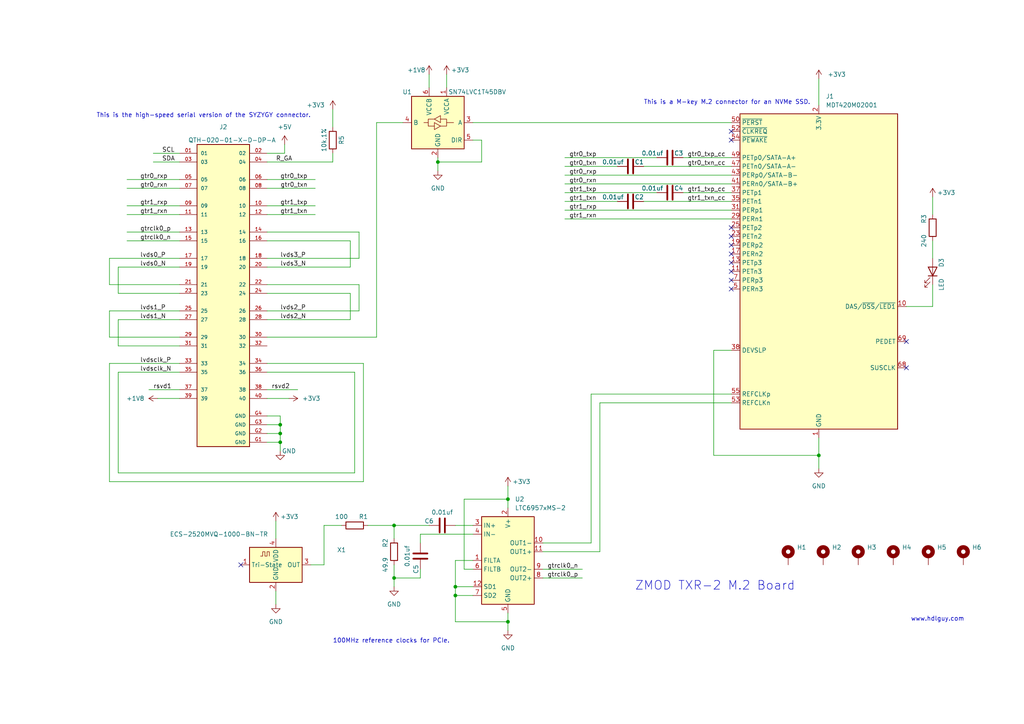
<source format=kicad_sch>
(kicad_sch (version 20211123) (generator eeschema)
  (paper "A4")
  (lib_symbols
    (symbol "Device:C" (pin_numbers hide) (pin_names (offset 0.254))
      (property "Reference" "C" (at 0.635 2.54 0))
      (property "Value" "C" (at 0.635 -2.54 0))
      (symbol "C_0_1"
        (polyline (pts (xy -2.032 -0.762) (xy 2.032 -0.762)) (stroke (width 0.508)))
        (polyline (pts (xy -2.032 0.762) (xy 2.032 0.762)) (stroke (width 0.508)))
      )
      (symbol "C_1_1"
        (pin passive line (at 0 3.81 270) (length 2.794) (name "~") (number "1"))
        (pin passive line (at 0 -3.81 90) (length 2.794) (name "~") (number "2"))
      )
    )
    (symbol "Device:LED" (pin_numbers hide) (pin_names (offset 1.016) hide)
      (property "Reference" "D" (at 0 2.54 0))
      (property "Value" "LED" (at 0 -2.54 0))
      (symbol "LED_0_1"
        (polyline (pts (xy -1.27 -1.27) (xy -1.27 1.27)) (stroke (width 0.254)))
        (polyline (pts (xy -1.27 0) (xy 1.27 0)))
        (polyline (pts (xy 1.27 -1.27) (xy 1.27 1.27) (xy -1.27 0) (xy 1.27 -1.27)) (stroke (width 0.254)))
        (polyline (pts (xy -3.048 -0.762) (xy -4.572 -2.286) (xy -3.81 -2.286) (xy -4.572 -2.286) (xy -4.572 -1.524)))
        (polyline (pts (xy -1.778 -0.762) (xy -3.302 -2.286) (xy -2.54 -2.286) (xy -3.302 -2.286) (xy -3.302 -1.524)))
      )
      (symbol "LED_1_1"
        (pin passive line (at -3.81 0 0) (length 2.54) (name "K") (number "1"))
        (pin passive line (at 3.81 0 180) (length 2.54) (name "A") (number "2"))
      )
    )
    (symbol "Device:R" (pin_numbers hide) (pin_names (offset 0))
      (property "Reference" "R" (at 2.032 0 90))
      (property "Value" "R" (at 0 0 90))
      (symbol "R_0_1"
        (rectangle (start -1.016 -2.54) (end 1.016 2.54) (stroke (width 0.254)))
      )
      (symbol "R_1_1"
        (pin passive line (at 0 3.81 270) (length 1.27) (name "~") (number "1"))
        (pin passive line (at 0 -3.81 90) (length 1.27) (name "~") (number "2"))
      )
    )
    (symbol "Interface:LTC6957xMS-2"
      (property "Reference" "U" (at 7.62 -13.97 0))
      (property "Value" "LTC6957xMS-2" (at 1.27 13.97 0))
      (symbol "LTC6957xMS-2_0_1"
        (rectangle (start -7.62 12.7) (end 7.62 -12.7) (stroke (width 0.254)) (fill (type background)))
      )
      (symbol "LTC6957xMS-2_1_1"
        (pin input line (at -10.16 0 0) (length 2.54) (name "FILTA") (number "1"))
        (pin output line (at 10.16 5.08 180) (length 2.54) (name "OUT1-") (number "10"))
        (pin output line (at 10.16 2.54 180) (length 2.54) (name "OUT1+") (number "11"))
        (pin input line (at -10.16 -7.62 0) (length 2.54) (name "SD1") (number "12"))
        (pin power_in line (at 0 15.24 270) (length 2.54) (name "V+") (number "2"))
        (pin input line (at -10.16 10.16 0) (length 2.54) (name "IN+") (number "3"))
        (pin input line (at -10.16 7.62 0) (length 2.54) (name "IN-") (number "4"))
        (pin power_in line (at 0 -15.24 90) (length 2.54) (name "GND") (number "5"))
        (pin input line (at -10.16 -2.54 0) (length 2.54) (name "FILTB") (number "6"))
        (pin input line (at -10.16 -10.16 0) (length 2.54) (name "SD2") (number "7"))
        (pin output line (at 10.16 -5.08 180) (length 2.54) (name "OUT2+") (number "8"))
        (pin output line (at 10.16 -2.54 180) (length 2.54) (name "OUT2-") (number "9"))
      )
    )
    (symbol "Logic_LevelTranslator:SN74LVC1T45DBV"
      (property "Reference" "U" (at -6.35 8.89 0))
      (property "Value" "SN74LVC1T45DBV" (at 3.81 8.89 0))
      (symbol "SN74LVC1T45DBV_0_1"
        (rectangle (start -7.62 7.62) (end 7.62 -7.62) (stroke (width 0.254)) (fill (type background)))
        (polyline (pts (xy -2.54 0) (xy -2.54 1.016) (xy -0.762 1.016)))
        (polyline (pts (xy 2.794 0) (xy 2.794 -1.016) (xy 1.016 -1.016)))
        (polyline (pts (xy -0.762 -1.016) (xy -2.54 -1.016) (xy -2.54 0) (xy -4.572 0)))
        (polyline (pts (xy -0.762 0) (xy -0.762 2.032) (xy 1.016 1.016) (xy -0.762 0)))
        (polyline (pts (xy 1.016 1.016) (xy 2.794 1.016) (xy 2.794 0) (xy 4.064 0)))
        (polyline (pts (xy 1.016 0) (xy 1.016 -1.778) (xy 1.016 -2.032) (xy -0.762 -1.016) (xy 1.016 0)))
      )
      (symbol "SN74LVC1T45DBV_1_1"
        (pin power_in line (at -2.54 10.16 270) (length 2.54) (name "VCCA") (number "1"))
        (pin power_in line (at 0 -10.16 90) (length 2.54) (name "GND") (number "2"))
        (pin bidirectional line (at -10.16 0 0) (length 2.54) (name "A") (number "3"))
        (pin bidirectional line (at 10.16 0 180) (length 2.54) (name "B") (number "4"))
        (pin input line (at -10.16 -5.08 0) (length 2.54) (name "DIR") (number "5"))
        (pin power_in line (at 2.54 10.16 270) (length 2.54) (name "VCCB") (number "6"))
      )
    )
    (symbol "Mechanical:MountingHole_Pad" (pin_numbers hide) (pin_names (offset 1.016) hide)
      (property "Reference" "H" (at 0 6.35 0))
      (property "Value" "MountingHole_Pad" (at 0 4.445 0))
      (symbol "MountingHole_Pad_0_1"
        (circle (center 0 1.27) (radius 1.27) (stroke (width 1.27)))
      )
      (symbol "MountingHole_Pad_1_1"
        (pin input line (at 0 -2.54 90) (length 2.54) (name "1") (number "1"))
      )
    )
    (symbol "Oscillator:ECS-2520MV-xxx-xx"
      (property "Reference" "X" (at -5.08 6.35 0))
      (property "Value" "ECS-2520MV-xxx-xx" (at 1.27 -6.35 0))
      (symbol "ECS-2520MV-xxx-xx_0_1"
        (rectangle (start -7.62 5.08) (end 7.62 -5.08) (stroke (width 0.254)) (fill (type background)))
        (polyline (pts (xy -4.445 2.54) (xy -3.81 2.54) (xy -3.81 3.81) (xy -3.175 3.81) (xy -3.175 2.54) (xy -2.54 2.54) (xy -2.54 3.81) (xy -1.905 3.81) (xy -1.905 2.54)))
      )
      (symbol "ECS-2520MV-xxx-xx_1_1"
        (pin input line (at -10.16 0 0) (length 2.54) (name "Tri-State") (number "1"))
        (pin power_in line (at 0 -7.62 90) (length 2.54) (name "GND") (number "2"))
        (pin output line (at 10.16 0 180) (length 2.54) (name "OUT") (number "3"))
        (pin power_in line (at 0 7.62 270) (length 2.54) (name "VDD") (number "4"))
      )
    )
    (symbol "pedrolib:MDT420M02001"
      (property "Reference" "J" (at -22.86 46.99 0))
      (property "Value" "MDT420M02001" (at 16.51 46.99 0))
      (symbol "MDT420M02001_0_1"
        (rectangle (start -22.86 45.72) (end 22.86 -45.72) (stroke (width 0.254)) (fill (type background)))
      )
      (symbol "MDT420M02001_1_1"
        (pin power_in line (at 0 -48.26 90) (length 2.54) (name "GND") (number "1"))
        (pin bidirectional line (at 25.4 -10.16 180) (length 2.54) (name "DAS/~{DSS}/~{LED1}") (number "10"))
        (pin output line (at -25.4 0 0) (length 2.54) (name "PETn3") (number "11"))
        (pin passive line (at 0 48.26 270) (length 2.54) hide (name "3.3V") (number "12"))
        (pin output line (at -25.4 2.54 0) (length 2.54) (name "PETp3") (number "13"))
        (pin passive line (at 0 48.26 270) (length 2.54) hide (name "3.3V") (number "14"))
        (pin passive line (at 0 -48.26 90) (length 2.54) hide (name "GND") (number "15"))
        (pin passive line (at 0 48.26 270) (length 2.54) hide (name "3.3V") (number "16"))
        (pin input line (at -25.4 5.08 0) (length 2.54) (name "PERn2") (number "17"))
        (pin passive line (at 0 48.26 270) (length 2.54) hide (name "3.3V") (number "18"))
        (pin input line (at -25.4 7.62 0) (length 2.54) (name "PERp2") (number "19"))
        (pin power_in line (at 0 48.26 270) (length 2.54) (name "3.3V") (number "2"))
        (pin no_connect line (at 22.86 2.54 180) (length 2.54) hide (name "NC") (number "20"))
        (pin passive line (at 0 -48.26 90) (length 2.54) hide (name "GND") (number "21"))
        (pin no_connect line (at 22.86 5.08 180) (length 2.54) hide (name "NC") (number "22"))
        (pin output line (at -25.4 10.16 0) (length 2.54) (name "PETn2") (number "23"))
        (pin no_connect line (at 22.86 7.62 180) (length 2.54) hide (name "NC") (number "24"))
        (pin output line (at -25.4 12.7 0) (length 2.54) (name "PETp2") (number "25"))
        (pin no_connect line (at 22.86 10.16 180) (length 2.54) hide (name "NC") (number "26"))
        (pin passive line (at 0 -48.26 90) (length 2.54) hide (name "GND") (number "27"))
        (pin no_connect line (at 22.86 12.7 180) (length 2.54) hide (name "NC") (number "28"))
        (pin input line (at -25.4 15.24 0) (length 2.54) (name "PERn1") (number "29"))
        (pin passive line (at 0 -48.26 90) (length 2.54) hide (name "GND") (number "3"))
        (pin no_connect line (at 22.86 15.24 180) (length 2.54) hide (name "NC") (number "30"))
        (pin input line (at -25.4 17.78 0) (length 2.54) (name "PERp1") (number "31"))
        (pin no_connect line (at 22.86 17.78 180) (length 2.54) hide (name "NC") (number "32"))
        (pin passive line (at 0 -48.26 90) (length 2.54) hide (name "GND") (number "33"))
        (pin no_connect line (at 22.86 20.32 180) (length 2.54) hide (name "NC") (number "34"))
        (pin output line (at -25.4 20.32 0) (length 2.54) (name "PETn1") (number "35"))
        (pin no_connect line (at 22.86 22.86 180) (length 2.54) hide (name "NC") (number "36"))
        (pin output line (at -25.4 22.86 0) (length 2.54) (name "PETp1") (number "37"))
        (pin output line (at -25.4 -22.86 0) (length 2.54) (name "DEVSLP") (number "38"))
        (pin passive line (at 0 -48.26 90) (length 2.54) hide (name "GND") (number "39"))
        (pin passive line (at 0 48.26 270) (length 2.54) hide (name "3.3V") (number "4"))
        (pin no_connect line (at 22.86 25.4 180) (length 2.54) hide (name "NC") (number "40"))
        (pin input line (at -25.4 25.4 0) (length 2.54) (name "PERn0/SATA-B+") (number "41"))
        (pin no_connect line (at 22.86 27.94 180) (length 2.54) hide (name "NC") (number "42"))
        (pin input line (at -25.4 27.94 0) (length 2.54) (name "PERp0/SATA-B-") (number "43"))
        (pin no_connect line (at 22.86 30.48 180) (length 2.54) hide (name "NC") (number "44"))
        (pin passive line (at 0 -48.26 90) (length 2.54) hide (name "GND") (number "45"))
        (pin no_connect line (at 22.86 33.02 180) (length 2.54) hide (name "NC") (number "46"))
        (pin output line (at -25.4 30.48 0) (length 2.54) (name "PETn0/SATA-A-") (number "47"))
        (pin no_connect line (at 22.86 35.56 180) (length 2.54) hide (name "NC") (number "48"))
        (pin output line (at -25.4 33.02 0) (length 2.54) (name "PETp0/SATA-A+") (number "49"))
        (pin input line (at -25.4 -5.08 0) (length 2.54) (name "PERn3") (number "5"))
        (pin output line (at -25.4 43.18 0) (length 2.54) (name "~{PERST}") (number "50"))
        (pin passive line (at 0 -48.26 90) (length 2.54) hide (name "GND") (number "51"))
        (pin bidirectional line (at -25.4 40.64 0) (length 2.54) (name "~{CLKREQ}") (number "52"))
        (pin output line (at -25.4 -38.1 0) (length 2.54) (name "REFCLKn") (number "53"))
        (pin bidirectional line (at -25.4 38.1 0) (length 2.54) (name "~{PEWAKE}") (number "54"))
        (pin output line (at -25.4 -35.56 0) (length 2.54) (name "REFCLKp") (number "55"))
        (pin no_connect line (at 22.86 38.1 180) (length 2.54) hide (name "NC") (number "56"))
        (pin passive line (at 0 -48.26 90) (length 2.54) hide (name "GND") (number "57"))
        (pin no_connect line (at 22.86 40.64 180) (length 2.54) hide (name "NC") (number "58"))
        (pin no_connect line (at 22.86 -2.54 180) (length 2.54) hide (name "NC") (number "6"))
        (pin no_connect line (at 22.86 -5.08 180) (length 2.54) hide (name "NC") (number "67"))
        (pin output line (at 25.4 -27.94 180) (length 2.54) (name "SUSCLK") (number "68"))
        (pin passive line (at 25.4 -20.32 180) (length 2.54) (name "PEDET") (number "69"))
        (pin input line (at -25.4 -2.54 0) (length 2.54) (name "PERp3") (number "7"))
        (pin passive line (at 0 48.26 270) (length 2.54) hide (name "3.3V") (number "70"))
        (pin passive line (at 0 -48.26 90) (length 2.54) hide (name "GND") (number "71"))
        (pin passive line (at 0 48.26 270) (length 2.54) hide (name "3.3V") (number "72"))
        (pin passive line (at 0 -48.26 90) (length 2.54) hide (name "GND") (number "73"))
        (pin passive line (at 0 48.26 270) (length 2.54) hide (name "3.3V") (number "74"))
        (pin passive line (at 0 -48.26 90) (length 2.54) hide (name "GND") (number "75"))
        (pin no_connect line (at 22.86 0 180) (length 2.54) hide (name "NC") (number "8"))
        (pin passive line (at 0 -48.26 90) (length 2.54) hide (name "GND") (number "9"))
      )
    )
    (symbol "pedrolib:QTH-020-01-X-D-DP-A" (pin_names (offset 1.016))
      (property "Reference" "J2" (at 0 45.72 0))
      (property "Value" "QTH-020-01-X-D-DP-A" (at 0 43.18 0))
      (symbol "QTH-020-01-X-D-DP-A_0_0"
        (rectangle (start -7.62 40.64) (end 7.62 -46.99) (stroke (width 0.254)) (fill (type background)))
        (pin passive line (at -12.7 38.1 0) (length 5.08) (name "01") (number "01"))
        (pin passive line (at 12.7 38.1 180) (length 5.08) (name "02") (number "02"))
        (pin passive line (at -12.7 35.56 0) (length 5.08) (name "03") (number "03"))
        (pin passive line (at 12.7 35.56 180) (length 5.08) (name "04") (number "04"))
        (pin passive line (at -12.7 30.48 0) (length 5.08) (name "05") (number "05"))
        (pin passive line (at 12.7 30.48 180) (length 5.08) (name "06") (number "06"))
        (pin passive line (at -12.7 27.94 0) (length 5.08) (name "07") (number "07"))
        (pin passive line (at 12.7 27.94 180) (length 5.08) (name "08") (number "08"))
        (pin passive line (at -12.7 22.86 0) (length 5.08) (name "09") (number "09"))
        (pin passive line (at 12.7 22.86 180) (length 5.08) (name "10") (number "10"))
        (pin passive line (at -12.7 20.32 0) (length 5.08) (name "11") (number "11"))
        (pin passive line (at 12.7 20.32 180) (length 5.08) (name "12") (number "12"))
        (pin passive line (at -12.7 15.24 0) (length 5.08) (name "13") (number "13"))
        (pin passive line (at 12.7 15.24 180) (length 5.08) (name "14") (number "14"))
        (pin passive line (at -12.7 12.7 0) (length 5.08) (name "15") (number "15"))
        (pin passive line (at 12.7 12.7 180) (length 5.08) (name "16") (number "16"))
        (pin passive line (at -12.7 7.62 0) (length 5.08) (name "17") (number "17"))
        (pin passive line (at 12.7 7.62 180) (length 5.08) (name "18") (number "18"))
        (pin passive line (at -12.7 5.08 0) (length 5.08) (name "19") (number "19"))
        (pin passive line (at 12.7 5.08 180) (length 5.08) (name "20") (number "20"))
        (pin passive line (at -12.7 0 0) (length 5.08) (name "21") (number "21"))
        (pin passive line (at 12.7 0 180) (length 5.08) (name "22") (number "22"))
        (pin passive line (at -12.7 -2.54 0) (length 5.08) (name "23") (number "23"))
        (pin passive line (at 12.7 -2.54 180) (length 5.08) (name "24") (number "24"))
        (pin passive line (at -12.7 -7.62 0) (length 5.08) (name "25") (number "25"))
        (pin passive line (at 12.7 -7.62 180) (length 5.08) (name "26") (number "26"))
        (pin passive line (at -12.7 -10.16 0) (length 5.08) (name "27") (number "27"))
        (pin passive line (at 12.7 -10.16 180) (length 5.08) (name "28") (number "28"))
        (pin passive line (at -12.7 -15.24 0) (length 5.08) (name "29") (number "29"))
        (pin passive line (at 12.7 -15.24 180) (length 5.08) (name "30") (number "30"))
        (pin passive line (at -12.7 -17.78 0) (length 5.08) (name "31") (number "31"))
        (pin passive line (at 12.7 -17.78 180) (length 5.08) (name "32") (number "32"))
        (pin passive line (at -12.7 -22.86 0) (length 5.08) (name "33") (number "33"))
        (pin passive line (at 12.7 -22.86 180) (length 5.08) (name "34") (number "34"))
        (pin passive line (at -12.7 -25.4 0) (length 5.08) (name "35") (number "35"))
        (pin passive line (at 12.7 -25.4 180) (length 5.08) (name "36") (number "36"))
        (pin passive line (at -12.7 -30.48 0) (length 5.08) (name "37") (number "37"))
        (pin passive line (at 12.7 -30.48 180) (length 5.08) (name "38") (number "38"))
        (pin passive line (at -12.7 -33.02 0) (length 5.08) (name "39") (number "39"))
        (pin passive line (at 12.7 -33.02 180) (length 5.08) (name "40") (number "40"))
        (pin power_in line (at 12.7 -45.72 180) (length 5.08) (name "GND") (number "G1"))
        (pin power_in line (at 12.7 -43.18 180) (length 5.08) (name "GND") (number "G2"))
        (pin power_in line (at 12.7 -40.64 180) (length 5.08) (name "GND") (number "G3"))
        (pin power_in line (at 12.7 -38.1 180) (length 5.08) (name "GND") (number "G4"))
      )
    )
    (symbol "power:+1V8" (power) (pin_names (offset 0))
      (property "Value" "+1V8" (at 0 3.556 0))
      (symbol "+1V8_0_1"
        (polyline (pts (xy -0.762 1.27) (xy 0 2.54)))
        (polyline (pts (xy 0 0) (xy 0 2.54)))
        (polyline (pts (xy 0 2.54) (xy 0.762 1.27)))
      )
      (symbol "+1V8_1_1"
        (pin power_in line (at 0 0 90) (length 0) hide (name "+1V8") (number "1"))
      )
    )
    (symbol "power:+3V3" (power) (pin_names (offset 0))
      (property "Value" "+3V3" (at 0 3.556 0))
      (symbol "+3V3_0_1"
        (polyline (pts (xy -0.762 1.27) (xy 0 2.54)))
        (polyline (pts (xy 0 0) (xy 0 2.54)))
        (polyline (pts (xy 0 2.54) (xy 0.762 1.27)))
      )
      (symbol "+3V3_1_1"
        (pin power_in line (at 0 0 90) (length 0) hide (name "+3V3") (number "1"))
      )
    )
    (symbol "power:+5V" (power) (pin_names (offset 0))
      (property "Value" "+5V" (at 0 3.556 0))
      (symbol "+5V_0_1"
        (polyline (pts (xy -0.762 1.27) (xy 0 2.54)))
        (polyline (pts (xy 0 0) (xy 0 2.54)))
        (polyline (pts (xy 0 2.54) (xy 0.762 1.27)))
      )
      (symbol "+5V_1_1"
        (pin power_in line (at 0 0 90) (length 0) hide (name "+5V") (number "1"))
      )
    )
    (symbol "power:GND" (power) (pin_names (offset 0))
      (property "Value" "GND" (at 0 -3.81 0))
      (symbol "GND_0_1"
        (polyline (pts (xy 0 0) (xy 0 -1.27) (xy 1.27 -1.27) (xy 0 -2.54) (xy -1.27 -1.27) (xy 0 -1.27)))
      )
      (symbol "GND_1_1"
        (pin power_in line (at 0 0 270) (length 0) hide (name "GND") (number "1"))
      )
    )
  )
  (junction (at 81.28 125.73))
  (junction (at 132.08 170.18))
  (junction (at 237.49 132.08))
  (junction (at 81.28 128.27))
  (junction (at 81.28 123.19))
  (junction (at 147.32 144.78))
  (junction (at 114.3 152.4))
  (junction (at 132.08 172.72))
  (junction (at 147.32 180.34))
  (junction (at 114.3 167.64))
  (junction (at 127 46.99))
  (no_connect (at 212.09 66.04))
  (no_connect (at 212.09 68.58))
  (no_connect (at 212.09 73.66))
  (no_connect (at 212.09 71.12))
  (no_connect (at 212.09 81.28))
  (no_connect (at 212.09 83.82))
  (no_connect (at 212.09 78.74))
  (no_connect (at 212.09 76.2))
  (no_connect (at 69.85 163.83))
  (no_connect (at 212.09 38.1))
  (no_connect (at 212.09 40.64))
  (no_connect (at 262.89 99.06))
  (no_connect (at 262.89 106.68))
  (wire (pts (xy 77.47 92.71) (xy 101.6 92.71)))
  (wire (pts (xy 121.92 154.94) (xy 137.16 154.94)))
  (wire (pts (xy 270.51 57.15) (xy 270.51 62.23)))
  (wire (pts (xy 109.22 97.79) (xy 109.22 35.56)))
  (wire (pts (xy 137.16 165.1) (xy 134.62 165.1)))
  (wire (pts (xy 132.08 180.34) (xy 147.32 180.34)))
  (wire (pts (xy 101.6 85.09) (xy 101.6 92.71)))
  (wire (pts (xy 157.48 157.48) (xy 171.45 157.48)))
  (wire (pts (xy 34.29 100.33) (xy 52.07 100.33)))
  (wire (pts (xy 186.69 48.26) (xy 212.09 48.26)))
  (wire (pts (xy 44.45 44.45) (xy 52.07 44.45)))
  (wire (pts (xy 237.49 22.86) (xy 237.49 30.48)))
  (wire (pts (xy 52.07 92.71) (xy 34.29 92.71)))
  (wire (pts (xy 157.48 167.64) (xy 168.91 167.64)))
  (wire (pts (xy 96.52 44.45) (xy 96.52 46.99)))
  (wire (pts (xy 52.07 77.47) (xy 34.29 77.47)))
  (wire (pts (xy 77.47 123.19) (xy 81.28 123.19)))
  (wire (pts (xy 31.75 90.17) (xy 31.75 97.79)))
  (wire (pts (xy 93.98 152.4) (xy 99.06 152.4)))
  (wire (pts (xy 127 46.99) (xy 127 49.53)))
  (wire (pts (xy 77.47 115.57) (xy 83.82 115.57)))
  (wire (pts (xy 114.3 152.4) (xy 124.46 152.4)))
  (wire (pts (xy 163.83 60.96) (xy 212.09 60.96)))
  (wire (pts (xy 77.47 90.17) (xy 104.14 90.17)))
  (wire (pts (xy 163.83 48.26) (xy 179.07 48.26)))
  (wire (pts (xy 101.6 85.09) (xy 77.47 85.09)))
  (wire (pts (xy 127 45.72) (xy 127 46.99)))
  (wire (pts (xy 36.83 59.69) (xy 52.07 59.69)))
  (wire (pts (xy 114.3 152.4) (xy 114.3 156.21)))
  (wire (pts (xy 212.09 116.84) (xy 173.99 116.84)))
  (wire (pts (xy 52.07 90.17) (xy 31.75 90.17)))
  (wire (pts (xy 101.6 69.85) (xy 77.47 69.85)))
  (wire (pts (xy 34.29 137.16) (xy 102.87 137.16)))
  (wire (pts (xy 198.12 55.88) (xy 212.09 55.88)))
  (wire (pts (xy 77.47 59.69) (xy 91.44 59.69)))
  (wire (pts (xy 34.29 77.47) (xy 34.29 85.09)))
  (wire (pts (xy 104.14 82.55) (xy 77.47 82.55)))
  (wire (pts (xy 147.32 180.34) (xy 147.32 177.8)))
  (wire (pts (xy 31.75 105.41) (xy 52.07 105.41)))
  (wire (pts (xy 81.28 125.73) (xy 81.28 123.19)))
  (wire (pts (xy 81.28 120.65) (xy 77.47 120.65)))
  (wire (pts (xy 157.48 160.02) (xy 173.99 160.02)))
  (wire (pts (xy 104.14 67.31) (xy 77.47 67.31)))
  (wire (pts (xy 81.28 128.27) (xy 81.28 125.73)))
  (wire (pts (xy 77.47 125.73) (xy 81.28 125.73)))
  (wire (pts (xy 77.47 54.61) (xy 91.44 54.61)))
  (wire (pts (xy 114.3 170.18) (xy 114.3 167.64)))
  (wire (pts (xy 132.08 172.72) (xy 137.16 172.72)))
  (wire (pts (xy 77.47 113.03) (xy 86.36 113.03)))
  (wire (pts (xy 186.69 58.42) (xy 212.09 58.42)))
  (wire (pts (xy 36.83 52.07) (xy 52.07 52.07)))
  (wire (pts (xy 34.29 92.71) (xy 34.29 100.33)))
  (wire (pts (xy 31.75 82.55) (xy 52.07 82.55)))
  (wire (pts (xy 137.16 35.56) (xy 212.09 35.56)))
  (wire (pts (xy 77.47 128.27) (xy 81.28 128.27)))
  (wire (pts (xy 77.47 62.23) (xy 91.44 62.23)))
  (wire (pts (xy 163.83 63.5) (xy 212.09 63.5)))
  (wire (pts (xy 163.83 58.42) (xy 179.07 58.42)))
  (wire (pts (xy 77.47 52.07) (xy 91.44 52.07)))
  (wire (pts (xy 134.62 144.78) (xy 147.32 144.78)))
  (wire (pts (xy 137.16 162.56) (xy 132.08 162.56)))
  (wire (pts (xy 134.62 165.1) (xy 134.62 144.78)))
  (wire (pts (xy 137.16 40.64) (xy 139.7 40.64)))
  (wire (pts (xy 44.45 46.99) (xy 52.07 46.99)))
  (wire (pts (xy 102.87 137.16) (xy 102.87 107.95)))
  (wire (pts (xy 121.92 165.1) (xy 121.92 167.64)))
  (wire (pts (xy 163.83 53.34) (xy 212.09 53.34)))
  (wire (pts (xy 121.92 154.94) (xy 121.92 157.48)))
  (wire (pts (xy 52.07 107.95) (xy 34.29 107.95)))
  (wire (pts (xy 147.32 140.97) (xy 147.32 144.78)))
  (wire (pts (xy 139.7 46.99) (xy 127 46.99)))
  (wire (pts (xy 207.01 101.6) (xy 212.09 101.6)))
  (wire (pts (xy 147.32 144.78) (xy 147.32 147.32)))
  (wire (pts (xy 43.18 113.03) (xy 52.07 113.03)))
  (wire (pts (xy 96.52 31.75) (xy 96.52 36.83)))
  (wire (pts (xy 104.14 82.55) (xy 104.14 90.17)))
  (wire (pts (xy 101.6 69.85) (xy 101.6 77.47)))
  (wire (pts (xy 270.51 69.85) (xy 270.51 74.93)))
  (wire (pts (xy 31.75 139.7) (xy 31.75 105.41)))
  (wire (pts (xy 171.45 114.3) (xy 212.09 114.3)))
  (wire (pts (xy 36.83 54.61) (xy 52.07 54.61)))
  (wire (pts (xy 77.47 74.93) (xy 104.14 74.93)))
  (wire (pts (xy 34.29 85.09) (xy 52.07 85.09)))
  (wire (pts (xy 132.08 170.18) (xy 132.08 172.72)))
  (wire (pts (xy 52.07 74.93) (xy 31.75 74.93)))
  (wire (pts (xy 157.48 165.1) (xy 168.91 165.1)))
  (wire (pts (xy 31.75 74.93) (xy 31.75 82.55)))
  (wire (pts (xy 93.98 163.83) (xy 93.98 152.4)))
  (wire (pts (xy 262.89 88.9) (xy 270.51 88.9)))
  (wire (pts (xy 90.17 163.83) (xy 93.98 163.83)))
  (wire (pts (xy 270.51 82.55) (xy 270.51 88.9)))
  (wire (pts (xy 34.29 107.95) (xy 34.29 137.16)))
  (wire (pts (xy 132.08 162.56) (xy 132.08 170.18)))
  (wire (pts (xy 147.32 180.34) (xy 147.32 182.88)))
  (wire (pts (xy 121.92 167.64) (xy 114.3 167.64)))
  (wire (pts (xy 132.08 170.18) (xy 137.16 170.18)))
  (wire (pts (xy 124.46 21.59) (xy 124.46 25.4)))
  (wire (pts (xy 82.55 44.45) (xy 82.55 41.91)))
  (wire (pts (xy 207.01 101.6) (xy 207.01 132.08)))
  (wire (pts (xy 163.83 45.72) (xy 190.5 45.72)))
  (wire (pts (xy 81.28 123.19) (xy 81.28 120.65)))
  (wire (pts (xy 109.22 35.56) (xy 116.84 35.56)))
  (wire (pts (xy 106.68 152.4) (xy 114.3 152.4)))
  (wire (pts (xy 81.28 130.81) (xy 81.28 128.27)))
  (wire (pts (xy 77.47 105.41) (xy 105.41 105.41)))
  (wire (pts (xy 102.87 107.95) (xy 77.47 107.95)))
  (wire (pts (xy 36.83 67.31) (xy 52.07 67.31)))
  (wire (pts (xy 171.45 157.48) (xy 171.45 114.3)))
  (wire (pts (xy 132.08 152.4) (xy 137.16 152.4)))
  (wire (pts (xy 45.72 115.57) (xy 52.07 115.57)))
  (wire (pts (xy 105.41 105.41) (xy 105.41 139.7)))
  (wire (pts (xy 104.14 67.31) (xy 104.14 74.93)))
  (wire (pts (xy 237.49 127) (xy 237.49 132.08)))
  (wire (pts (xy 163.83 55.88) (xy 190.5 55.88)))
  (wire (pts (xy 36.83 69.85) (xy 52.07 69.85)))
  (wire (pts (xy 77.47 77.47) (xy 101.6 77.47)))
  (wire (pts (xy 173.99 160.02) (xy 173.99 116.84)))
  (wire (pts (xy 80.01 175.26) (xy 80.01 171.45)))
  (wire (pts (xy 139.7 40.64) (xy 139.7 46.99)))
  (wire (pts (xy 237.49 132.08) (xy 237.49 135.89)))
  (wire (pts (xy 129.54 21.59) (xy 129.54 25.4)))
  (wire (pts (xy 198.12 45.72) (xy 212.09 45.72)))
  (wire (pts (xy 80.01 151.13) (xy 80.01 156.21)))
  (wire (pts (xy 77.47 97.79) (xy 109.22 97.79)))
  (wire (pts (xy 163.83 50.8) (xy 212.09 50.8)))
  (wire (pts (xy 132.08 172.72) (xy 132.08 180.34)))
  (wire (pts (xy 237.49 132.08) (xy 207.01 132.08)))
  (wire (pts (xy 77.47 46.99) (xy 96.52 46.99)))
  (wire (pts (xy 114.3 167.64) (xy 114.3 163.83)))
  (wire (pts (xy 77.47 44.45) (xy 82.55 44.45)))
  (wire (pts (xy 36.83 62.23) (xy 52.07 62.23)))
  (wire (pts (xy 31.75 97.79) (xy 52.07 97.79)))
  (wire (pts (xy 105.41 139.7) (xy 31.75 139.7)))
  (text "100MHz reference clocks for PCIe." (at 96.52 186.69 0) (effects (font (size 1.27 1.27)) (justify left bottom)))
  (text "www.hdlguy.com" (at 264.16 180.34 0) (effects (font (size 1.27 1.27)) (justify left bottom)))
  (text "This is the high-speed serial version of the SYZYGY connector." (at 27.94 34.29 0) (effects (font (size 1.27 1.27)) (justify left bottom)))
  (text "This is a M-key M.2 connector for an NVMe SSD." (at 186.69 30.48 0) (effects (font (size 1.27 1.27)) (justify left bottom)))
  (text "ZMOD TXR-2 M.2 Board" (at 184.15 171.45 0) (effects (font (size 2.54 2.54)) (justify left bottom)))
  (label "gtr1_txp_cc" (at 199.39 55.88 0))
  (label "gtr0_rxp" (at 165.1 50.8 0))
  (label "SCL" (at 46.99 44.45 0))
  (label "gtr1_txn_cc" (at 199.39 58.42 0))
  (label "rsvd1" (at 44.45 113.03 0))
  (label "gtr1_rxn" (at 165.1 63.5 0))
  (label "lvds0_N" (at 40.64 77.47 0))
  (label "lvdsclk_P" (at 40.64 105.41 0))
  (label "lvds1_N" (at 40.64 92.71 0))
  (label "gtr1_txp" (at 165.1 55.88 0))
  (label "gtr0_txn" (at 165.1 48.26 0))
  (label "gtr1_rxp" (at 165.1 60.96 0))
  (label "gtr1_rxn" (at 40.64 62.23 0))
  (label "R_GA" (at 80.01 46.99 0))
  (label "lvds3_P" (at 81.28 74.93 0))
  (label "gtr0_txp" (at 165.1 45.72 0))
  (label "SDA" (at 46.99 46.99 0))
  (label "lvdsclk_N" (at 40.64 107.95 0))
  (label "gtr0_rxn" (at 40.64 54.61 0))
  (label "gtr0_rxn" (at 165.1 53.34 0))
  (label "lvds3_N" (at 81.28 77.47 0))
  (label "gtrclk0_n" (at 40.64 69.85 0))
  (label "gtr1_rxp" (at 40.64 59.69 0))
  (label "gtr0_txp_cc" (at 199.39 45.72 0))
  (label "lvds2_P" (at 81.28 90.17 0))
  (label "gtr1_txp" (at 81.28 59.69 0))
  (label "lvds1_P" (at 40.64 90.17 0))
  (label "lvds2_N" (at 81.28 92.71 0))
  (label "gtr0_rxp" (at 40.64 52.07 0))
  (label "gtrclk0_n" (at 158.75 165.1 0))
  (label "gtr1_txn" (at 165.1 58.42 0))
  (label "gtr0_txp" (at 81.28 52.07 0))
  (label "rsvd2" (at 78.74 113.03 0))
  (label "gtr0_txn" (at 81.3318 54.61 0))
  (label "gtr1_txn" (at 81.28 62.23 0))
  (label "gtrclk0_p" (at 158.75 167.64 0))
  (label "lvds0_P" (at 40.64 74.93 0))
  (label "gtrclk0_p" (at 40.64 67.31 0))
  (label "gtr0_txn_cc" (at 199.39 48.26 0))
  (symbol (lib_id "power:GND") (at 80.01 175.26 0) (unit 1)
    (property "Reference" "#PWR011" (effects hide))
    (property "Value" "GND" (at 80.01 180.34 0))
  )
  (symbol (lib_id "pedrolib:QTH-020-01-X-D-DP-A") (at 64.77 82.55 0) (unit 1)
    (property "Reference" "J2" (at 64.77 36.83 0))
    (property "Value" "QTH-020-01-X-D-DP-A" (at 67.31 40.64 0))
    (property "Footprint" "pedrolib:SAMTEC_QTH-020-01-X-D-DP-A" (effects hide))
    (property "MAXIMUM_PACKAGE_HEIGHT" "4.347mm" (effects hide))
    (property "STANDARD" "Manufacturer Recommendations" (effects hide))
    (property "PARTREV" "L" (effects hide))
    (property "MANUFACTURER" "Samtec" (effects hide))
  )
  (symbol (lib_id "Mechanical:MountingHole_Pad") (at 269.24 161.29 0) (unit 1)
    (property "Reference" "H5" (at 271.78 158.7499 0) (effects (justify left)))
    (property "Value" "MountingHole_Pad" (effects hide))
    (property "Footprint" "MountingHole:MountingHole_3.2mm_M3_DIN965_Pad_TopBottom" (effects hide))
  )
  (symbol (lib_id "power:+3V3") (at 129.54 21.59 0) (unit 1)
    (property "Reference" "#PWR09" (effects hide))
    (property "Value" "+3V3" (at 130.81 20.32 0) (effects (justify left)))
  )
  (symbol (lib_id "Mechanical:MountingHole_Pad") (at 228.6 161.29 0) (unit 1)
    (property "Reference" "H1" (at 231.14 158.7499 0) (effects (justify left)))
    (property "Value" "MountingHole_Pad" (effects hide))
    (property "Footprint" "MountingHole:MountingHole_3.2mm_M3_DIN965_Pad_TopBottom" (effects hide))
  )
  (symbol (lib_id "Device:R") (at 114.3 160.02 0) (unit 1)
    (property "Reference" "R2" (at 111.76 157.48 90))
    (property "Value" "49.9" (at 111.76 163.83 90))
    (property "Footprint" "Resistor_SMD:R_0603_1608Metric" (effects hide))
  )
  (symbol (lib_id "power:+3V3") (at 96.52 31.75 0) (unit 1)
    (property "Reference" "#PWR03" (effects hide))
    (property "Value" "+3V3" (at 88.9 30.48 0) (effects (justify left)))
  )
  (symbol (lib_id "Device:R") (at 270.51 66.04 0) (unit 1)
    (property "Reference" "R3" (at 267.97 63.5 90))
    (property "Value" "240" (at 267.97 69.85 90))
    (property "Footprint" "Resistor_SMD:R_0603_1608Metric" (effects hide))
  )
  (symbol (lib_id "power:GND") (at 147.32 182.88 0) (unit 1)
    (property "Reference" "#PWR014" (effects hide))
    (property "Value" "GND" (at 147.32 187.96 0))
  )
  (symbol (lib_id "power:+3V3") (at 80.01 151.13 0) (unit 1)
    (property "Reference" "#PWR01" (effects hide))
    (property "Value" "+3V3" (at 81.28 149.86 0) (effects (justify left)))
  )
  (symbol (lib_id "power:GND") (at 114.3 170.18 0) (unit 1)
    (property "Reference" "#PWR012" (effects hide))
    (property "Value" "GND" (at 114.3 175.26 0))
  )
  (symbol (lib_id "power:GND") (at 127 49.53 0) (unit 1)
    (property "Reference" "#PWR08" (effects hide))
    (property "Value" "GND" (at 127 54.61 0))
  )
  (symbol (lib_id "power:+3V3") (at 83.82 115.57 270) (unit 1)
    (property "Reference" "#PWR0102" (effects hide))
    (property "Value" "+3V3" (at 87.63 115.5699 90) (effects (justify left)))
  )
  (symbol (lib_id "power:+1V8") (at 45.72 115.57 90) (unit 1)
    (property "Reference" "#PWR06" (effects hide))
    (property "Value" "+1V8" (at 41.91 115.5699 90) (effects (justify left)))
  )
  (symbol (lib_id "Mechanical:MountingHole_Pad") (at 259.08 161.29 0) (unit 1)
    (property "Reference" "H4" (at 261.62 158.7499 0) (effects (justify left)))
    (property "Value" "MountingHole_Pad" (effects hide))
    (property "Footprint" "MountingHole:MountingHole_3.2mm_M3_DIN965_Pad_TopBottom" (effects hide))
  )
  (symbol (lib_id "Device:C") (at 182.88 48.26 90) (unit 1)
    (property "Reference" "C1" (at 185.42 46.99 90))
    (property "Value" "0.01uf" (at 177.8 46.99 90))
    (property "Footprint" "Capacitor_SMD:C_0603_1608Metric" (effects hide))
  )
  (symbol (lib_id "Device:C") (at 128.27 152.4 90) (unit 1)
    (property "Reference" "C6" (at 124.46 151.13 90))
    (property "Value" "0.01uf" (at 128.27 148.59 90))
    (property "Footprint" "Capacitor_SMD:C_0603_1608Metric" (effects hide))
  )
  (symbol (lib_id "pedrolib:MDT420M02001") (at 237.49 78.74 0) (unit 1)
    (property "Reference" "J1" (at 239.5094 27.94 0) (effects (justify left)))
    (property "Value" "MDT420M02001" (at 239.5094 30.48 0) (effects (justify left)))
    (property "Footprint" "pedrolib:TE_1-2199230-5" (effects hide))
    (property "Datasheet" "http://read.pudn.com/downloads794/doc/project/3133918/PCIe_M.2_Electromechanical_Spec_Rev1.0_Final_11012013_RS_Clean.pdf#page=155" (effects hide))
  )
  (symbol (lib_id "Interface:LTC6957xMS-2") (at 147.32 162.56 0) (unit 1)
    (property "Reference" "U2" (at 149.3394 144.78 0) (effects (justify left)))
    (property "Value" "LTC6957xMS-2" (at 149.3394 147.32 0) (effects (justify left)))
    (property "Footprint" "Package_SO:MSOP-12_3x4mm_P0.65mm" (effects hide))
    (property "Datasheet" "https://www.analog.com/media/en/technical-documentation/data-sheets/6957fb.pdf" (effects hide))
  )
  (symbol (lib_id "power:+5V") (at 82.55 41.91 0) (unit 1)
    (property "Reference" "#PWR02" (effects hide))
    (property "Value" "+5V" (at 82.55 36.83 0))
  )
  (symbol (lib_id "Oscillator:ECS-2520MV-xxx-xx") (at 80.01 163.83 0) (unit 1)
    (property "Reference" "X1" (at 99.06 159.4993 0))
    (property "Value" "ECS-2520MVQ-1000-BN-TR" (at 63.5 154.94 0))
    (property "Footprint" "Oscillator:Oscillator_SMD_ECS_2520MV-xxx-xx-4Pin_2.5x2.0mm" (effects hide))
    (property "Datasheet" "https://www.ecsxtal.com/store/pdf/ECS-2520MV.pdf" (effects hide))
  )
  (symbol (lib_id "power:+3V3") (at 270.51 57.15 0) (unit 1)
    (property "Reference" "#PWR010" (effects hide))
    (property "Value" "+3V3" (at 271.78 55.88 0) (effects (justify left)))
  )
  (symbol (lib_id "power:GND") (at 81.28 130.81 0) (unit 1)
    (property "Reference" "#PWR0101" (effects hide))
    (property "Value" "GND" (at 83.82 130.81 0))
  )
  (symbol (lib_id "Mechanical:MountingHole_Pad") (at 248.92 161.29 0) (unit 1)
    (property "Reference" "H3" (at 251.46 158.7499 0) (effects (justify left)))
    (property "Value" "MountingHole_Pad" (effects hide))
    (property "Footprint" "MountingHole:MountingHole_3.2mm_M3_DIN965_Pad_TopBottom" (effects hide))
  )
  (symbol (lib_id "Logic_LevelTranslator:SN74LVC1T45DBV") (at 127 35.56 0) (mirror y) (unit 1)
    (property "Reference" "U1" (at 118.11 26.67 0))
    (property "Value" "SN74LVC1T45DBV" (at 138.43 26.67 0))
    (property "Footprint" "Package_TO_SOT_SMD:SOT-23-6" (effects hide))
    (property "Datasheet" "http://www.ti.com/lit/ds/symlink/sn74lvc1t45.pdf" (effects hide))
  )
  (symbol (lib_id "power:GND") (at 237.49 135.89 0) (unit 1)
    (property "Reference" "#PWR05" (effects hide))
    (property "Value" "GND" (at 237.49 140.97 0))
  )
  (symbol (lib_id "Device:LED") (at 270.51 78.74 270) (mirror x) (unit 1)
    (property "Reference" "D3" (at 273.05 76.2 0))
    (property "Value" "LED" (at 273.05 82.55 0))
    (property "Footprint" "LED_SMD:LED_0603_1608Metric" (effects hide))
  )
  (symbol (lib_id "Device:C") (at 182.88 58.42 90) (unit 1)
    (property "Reference" "C2" (at 185.42 57.15 90))
    (property "Value" "0.01uf" (at 177.8 57.15 90))
    (property "Footprint" "Capacitor_SMD:C_0603_1608Metric" (effects hide))
  )
  (symbol (lib_id "power:+3V3") (at 147.32 140.97 0) (unit 1)
    (property "Reference" "#PWR013" (effects hide))
    (property "Value" "+3V3" (at 148.59 139.7 0) (effects (justify left)))
  )
  (symbol (lib_id "power:+1V8") (at 124.46 21.59 0) (unit 1)
    (property "Reference" "#PWR07" (effects hide))
    (property "Value" "+1V8" (at 118.11 20.32 0) (effects (justify left)))
  )
  (symbol (lib_id "power:+3V3") (at 237.49 22.86 0) (unit 1)
    (property "Reference" "#PWR04" (effects hide))
    (property "Value" "+3V3" (at 240.03 21.5899 0) (effects (justify left)))
  )
  (symbol (lib_id "Mechanical:MountingHole_Pad") (at 279.4 161.29 0) (unit 1)
    (property "Reference" "H6" (at 281.94 158.7499 0) (effects (justify left)))
    (property "Value" "MountingHole_Pad" (effects hide))
    (property "Footprint" "MountingHole:MountingHole_3.2mm_M3_DIN965_Pad_TopBottom" (effects hide))
  )
  (symbol (lib_id "Mechanical:MountingHole_Pad") (at 238.76 161.29 0) (unit 1)
    (property "Reference" "H2" (at 241.3 158.7499 0) (effects (justify left)))
    (property "Value" "MountingHole_Pad" (effects hide))
    (property "Footprint" "MountingHole:MountingHole_3.2mm_M3_DIN965_Pad_TopBottom" (effects hide))
  )
  (symbol (lib_id "Device:C") (at 121.92 161.29 180) (unit 1)
    (property "Reference" "C5" (at 120.65 165.1 90))
    (property "Value" "0.01uf" (at 118.11 161.29 90))
    (property "Footprint" "Capacitor_SMD:C_0603_1608Metric" (effects hide))
  )
  (symbol (lib_id "Device:R") (at 102.87 152.4 270) (unit 1)
    (property "Reference" "R1" (at 105.41 149.86 90))
    (property "Value" "100" (at 99.06 149.86 90))
    (property "Footprint" "Resistor_SMD:R_0603_1608Metric" (effects hide))
  )
  (symbol (lib_id "Device:R") (at 96.52 40.64 0) (unit 1)
    (property "Reference" "R5" (at 99.06 40.64 90))
    (property "Value" "10k,1%" (at 93.98 40.64 90))
    (property "Footprint" "Resistor_SMD:R_0603_1608Metric" (effects hide))
  )
  (symbol (lib_id "Device:C") (at 194.31 45.72 90) (unit 1)
    (property "Reference" "C3" (at 196.85 44.45 90))
    (property "Value" "0.01uf" (at 189.23 44.45 90))
    (property "Footprint" "Capacitor_SMD:C_0603_1608Metric" (effects hide))
  )
  (symbol (lib_id "Device:C") (at 194.31 55.88 90) (unit 1)
    (property "Reference" "C4" (at 196.85 54.61 90))
    (property "Value" "0.01uf" (at 189.23 54.61 90))
    (property "Footprint" "Capacitor_SMD:C_0603_1608Metric" (effects hide))
  )
)
</source>
